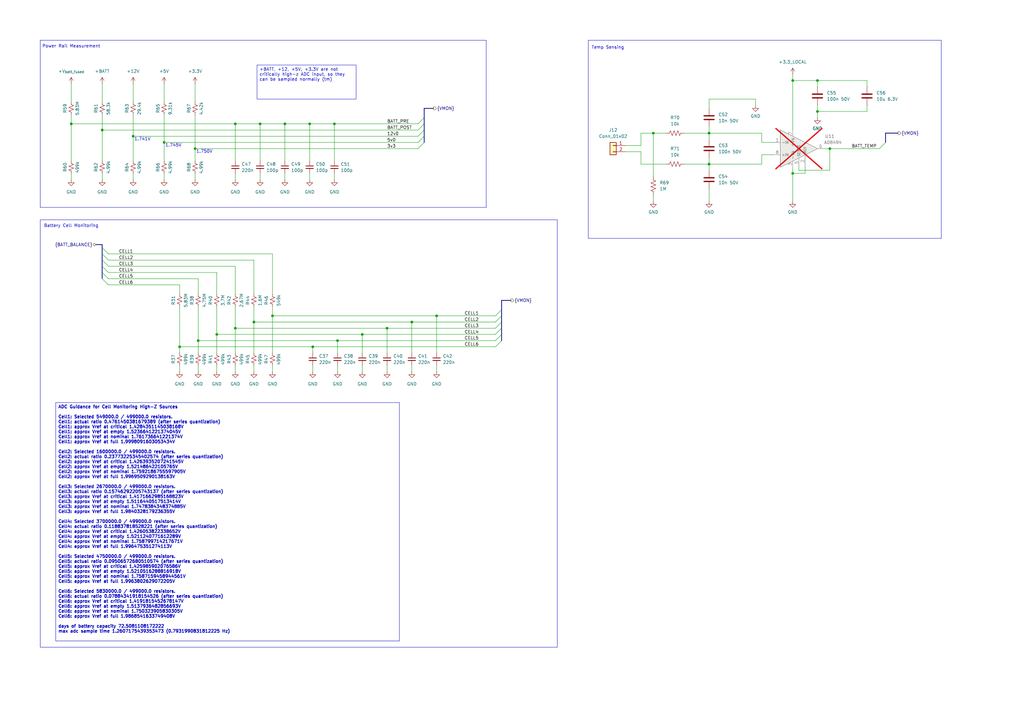
<source format=kicad_sch>
(kicad_sch (version 20231120) (generator "eeschema") (generator_version "8.0")
  (paper "A3")
  (title_block (title "Power Board") (date "2024-11-01") (rev "1.0") (company "SSL A-Team") (comment 1 "Will Stuckey"))
  (lib_symbols
    (symbol "AT-Supplies:+V_{BATT(FUSED)}" (power) (pin_names (offset 0)) (in_bom no) (on_board no)
      (property "Value" "+V_{BATT(FUSED)}" (at 0 5.08 0))
      (symbol "+V_{BATT(FUSED)}_0_1"
        (polyline (pts (xy -0.76 1.27) (xy 0.002 2.54)))
        (polyline (pts (xy 0.002 0) (xy 0.002 2.54)))
        (polyline (pts (xy 0.002 2.54) (xy 0.764 1.27)))
      )
      (symbol "+V_{BATT(FUSED)}_1_1"
        (pin power_in line (at 0 0 90) (length 0) hide (name "+V_{BATT(FUSED)}") (number "1"))
      )
    )
    (symbol "Connector_Generic:Conn_01x02" (pin_names (offset 1.016) hide)
      (property "Reference" "J" (at 0 2.54 0))
      (property "Value" "Conn_01x02" (at 0 -5.08 0))
      (symbol "Conn_01x02_1_1"
        (rectangle (start -1.27 -2.413) (end 0 -2.667) (stroke (width 0.1524)))
        (rectangle (start -1.27 0.127) (end 0 -0.127) (stroke (width 0.1524)))
        (rectangle (start -1.27 1.27) (end 1.27 -3.81) (stroke (width 0.254)) (fill (type background)))
        (pin passive line (at -5.08 0 0) (length 3.81) (name "Pin_1") (number "1"))
        (pin passive line (at -5.08 -2.54 0) (length 3.81) (name "Pin_2") (number "2"))
      )
    )
    (symbol "Device:C" (pin_numbers hide) (pin_names (offset 0.254))
      (property "Reference" "C" (at 0.635 2.54 0))
      (property "Value" "C" (at 0.635 -2.54 0))
      (symbol "C_0_1"
        (polyline (pts (xy -2.032 -0.762) (xy 2.032 -0.762)) (stroke (width 0.508)))
        (polyline (pts (xy -2.032 0.762) (xy 2.032 0.762)) (stroke (width 0.508)))
      )
      (symbol "C_1_1"
        (pin passive line (at 0 3.81 270) (length 2.794) (name "~") (number "1"))
        (pin passive line (at 0 -3.81 90) (length 2.794) (name "~") (number "2"))
      )
    )
    (symbol "Device:C_Small" (pin_numbers hide) (pin_names (offset 0.254) hide)
      (property "Reference" "C" (at 0.254 1.778 0))
      (property "Value" "C_Small" (at 0.254 -2.032 0))
      (symbol "C_Small_0_1"
        (polyline (pts (xy -1.524 -0.508) (xy 1.524 -0.508)) (stroke (width 0.3302)))
        (polyline (pts (xy -1.524 0.508) (xy 1.524 0.508)) (stroke (width 0.3048)))
      )
      (symbol "C_Small_1_1"
        (pin passive line (at 0 2.54 270) (length 2.032) (name "~") (number "1"))
        (pin passive line (at 0 -2.54 90) (length 2.032) (name "~") (number "2"))
      )
    )
    (symbol "Device:R_Small_US" (pin_numbers hide) (pin_names (offset 0.254) hide)
      (property "Reference" "R" (at 0.762 0.508 0))
      (property "Value" "R_Small_US" (at 0.762 -1.016 0))
      (symbol "R_Small_US_1_1"
        (polyline (pts (xy 0 0) (xy 1.016 -0.381) (xy 0 -0.762) (xy -1.016 -1.143) (xy 0 -1.524)))
        (polyline (pts (xy 0 1.524) (xy 1.016 1.143) (xy 0 0.762) (xy -1.016 0.381) (xy 0 0)))
        (pin passive line (at 0 2.54 270) (length 1.016) (name "~") (number "1"))
        (pin passive line (at 0 -2.54 90) (length 1.016) (name "~") (number "2"))
      )
    )
    (symbol "Device:R_US" (pin_numbers hide) (pin_names (offset 0))
      (property "Reference" "R" (at 2.54 0 90))
      (property "Value" "R_US" (at -2.54 0 90))
      (symbol "R_US_0_1"
        (polyline (pts (xy 0 -2.286) (xy 0 -2.54)))
        (polyline (pts (xy 0 2.286) (xy 0 2.54)))
        (polyline (pts (xy 0 -0.762) (xy 1.016 -1.143) (xy 0 -1.524) (xy -1.016 -1.905) (xy 0 -2.286)))
        (polyline (pts (xy 0 0.762) (xy 1.016 0.381) (xy 0 0) (xy -1.016 -0.381) (xy 0 -0.762)))
        (polyline (pts (xy 0 2.286) (xy 1.016 1.905) (xy 0 1.524) (xy -1.016 1.143) (xy 0 0.762)))
      )
      (symbol "R_US_1_1"
        (pin passive line (at 0 3.81 270) (length 1.27) (name "~") (number "1"))
        (pin passive line (at 0 -3.81 90) (length 1.27) (name "~") (number "2"))
      )
    )
    (symbol "Sensor_Temperature:AD8494"
      (property "Reference" "U" (at 5.08 3.81 0))
      (property "Value" "AD8494" (at 8.89 -3.81 0))
      (symbol "AD8494_0_1"
        (polyline (pts (xy -7.62 7.62) (xy 7.62 0) (xy -7.62 -7.62) (xy -7.62 7.62)) (stroke (width 0.254)) (fill (type background)))
      )
      (symbol "AD8494_1_1"
        (pin input line (at -10.16 2.54 0) (length 2.54) (name "-IN") (number "1"))
        (pin input line (at 2.54 -7.62 90) (length 5.08) (name "REF") (number "2"))
        (pin power_in line (at -2.54 -7.62 90) (length 2.54) (name "-Vs") (number "3"))
        (pin no_connect line (at -5.08 0 180) (length 2.54) hide (name "NC") (number "4"))
        (pin passive line (at 0 -7.62 90) (length 3.81) (name "SENSE") (number "5"))
        (pin output line (at 10.16 0 180) (length 2.54) (name "~") (number "6"))
        (pin power_in line (at -2.54 7.62 270) (length 2.54) (name "+Vs") (number "7"))
        (pin input line (at -10.16 -2.54 0) (length 2.54) (name "+IN") (number "8"))
      )
    )
    (symbol "power:+12V" (power) (pin_numbers hide) (pin_names (offset 0) hide)
      (property "Value" "+12V" (at 0 3.556 0))
      (symbol "+12V_0_1"
        (polyline (pts (xy -0.762 1.27) (xy 0 2.54)))
        (polyline (pts (xy 0 0) (xy 0 2.54)))
        (polyline (pts (xy 0 2.54) (xy 0.762 1.27)))
      )
      (symbol "+12V_1_1"
        (pin power_in line (at 0 0 90) (length 0) (name "~") (number "1"))
      )
    )
    (symbol "power:+3.3V" (power) (pin_numbers hide) (pin_names (offset 0) hide)
      (property "Value" "+3.3V" (at 0 3.556 0))
      (symbol "+3.3V_0_1"
        (polyline (pts (xy -0.762 1.27) (xy 0 2.54)))
        (polyline (pts (xy 0 0) (xy 0 2.54)))
        (polyline (pts (xy 0 2.54) (xy 0.762 1.27)))
      )
      (symbol "+3.3V_1_1"
        (pin power_in line (at 0 0 90) (length 0) (name "~") (number "1"))
      )
    )
    (symbol "power:+3V3" (power) (pin_names (offset 0))
      (property "Value" "+3V3" (at 0 3.556 0))
      (symbol "+3V3_0_1"
        (polyline (pts (xy -0.762 1.27) (xy 0 2.54)))
        (polyline (pts (xy 0 0) (xy 0 2.54)))
        (polyline (pts (xy 0 2.54) (xy 0.762 1.27)))
      )
      (symbol "+3V3_1_1"
        (pin power_in line (at 0 0 90) (length 0) hide (name "+3V3") (number "1"))
      )
    )
    (symbol "power:+5V" (power) (pin_numbers hide) (pin_names (offset 0) hide)
      (property "Value" "+5V" (at 0 3.556 0))
      (symbol "+5V_0_1"
        (polyline (pts (xy -0.762 1.27) (xy 0 2.54)))
        (polyline (pts (xy 0 0) (xy 0 2.54)))
        (polyline (pts (xy 0 2.54) (xy 0.762 1.27)))
      )
      (symbol "+5V_1_1"
        (pin power_in line (at 0 0 90) (length 0) (name "~") (number "1"))
      )
    )
    (symbol "power:+BATT" (power) (pin_numbers hide) (pin_names (offset 0) hide)
      (property "Value" "+BATT" (at 0 3.556 0))
      (symbol "+BATT_0_1"
        (polyline (pts (xy -0.762 1.27) (xy 0 2.54)))
        (polyline (pts (xy 0 0) (xy 0 2.54)))
        (polyline (pts (xy 0 2.54) (xy 0.762 1.27)))
      )
      (symbol "+BATT_1_1"
        (pin power_in line (at 0 0 90) (length 0) (name "~") (number "1"))
      )
    )
    (symbol "power:GND" (power) (pin_names (offset 0))
      (property "Value" "GND" (at 0 -3.81 0))
      (symbol "GND_0_1"
        (polyline (pts (xy 0 0) (xy 0 -1.27) (xy 1.27 -1.27) (xy 0 -2.54) (xy -1.27 -1.27) (xy 0 -1.27)))
      )
      (symbol "GND_1_1"
        (pin power_in line (at 0 0 270) (length 0) hide (name "GND") (number "1"))
      )
    )
  )
  (junction (at 335.28 33.02))
  (junction (at 168.91 132.08))
  (junction (at 96.52 134.62))
  (junction (at 106.68 50.8))
  (junction (at 80.01 60.96))
  (junction (at 148.59 137.16))
  (junction (at 54.61 55.88))
  (junction (at 96.52 50.8))
  (junction (at 158.75 134.62))
  (junction (at 325.12 33.02))
  (junction (at 81.28 139.7))
  (junction (at 41.91 53.34))
  (junction (at 111.76 129.54))
  (junction (at 340.36 60.96))
  (junction (at 138.43 139.7))
  (junction (at 29.21 50.8))
  (junction (at 137.16 50.8))
  (junction (at 290.83 67.31))
  (junction (at 116.84 50.8))
  (junction (at 267.97 54.61))
  (junction (at 127 50.8))
  (junction (at 88.9 137.16))
  (junction (at 325.12 71.12))
  (junction (at 179.07 129.54))
  (junction (at 290.83 54.61))
  (junction (at 67.31 58.42))
  (junction (at 73.66 142.24))
  (junction (at 335.28 45.72))
  (junction (at 128.27 142.24))
  (junction (at 104.14 132.08))
  (bus_entry (at 173.99 53.34) (size -2.54 2.54))
  (bus_entry (at 363.22 58.42) (size -2.54 2.54))
  (bus_entry (at 41.91 104.14) (size 2.54 2.54))
  (bus_entry (at 41.91 111.76) (size 2.54 2.54))
  (bus_entry (at 41.91 114.3) (size 2.54 2.54))
  (bus_entry (at 173.99 50.8) (size -2.54 2.54))
  (bus_entry (at 41.91 109.22) (size 2.54 2.54))
  (bus_entry (at 205.74 139.7) (size -2.54 2.54))
  (bus_entry (at 173.99 55.88) (size -2.54 2.54))
  (bus_entry (at 41.91 101.6) (size 2.54 2.54))
  (bus_entry (at 205.74 134.62) (size -2.54 2.54))
  (bus_entry (at 205.74 129.54) (size -2.54 2.54))
  (bus_entry (at 41.91 106.68) (size 2.54 2.54))
  (bus_entry (at 205.74 137.16) (size -2.54 2.54))
  (bus_entry (at 205.74 127) (size -2.54 2.54))
  (bus_entry (at 205.74 132.08) (size -2.54 2.54))
  (bus_entry (at 173.99 48.26) (size -2.54 2.54))
  (bus_entry (at 173.99 58.42) (size -2.54 2.54))
  (wire (pts (xy 128.27 149.86) (xy 128.27 152.4)))
  (wire (pts (xy 96.52 134.62) (xy 158.75 134.62)))
  (wire (pts (xy 127 50.8) (xy 137.16 50.8)))
  (wire (pts (xy 290.83 67.31) (xy 290.83 69.85)))
  (wire (pts (xy 148.59 137.16) (xy 148.59 144.78)))
  (wire (pts (xy 335.28 33.02) (xy 325.12 33.02)))
  (bus (pts (xy 41.91 106.68) (xy 41.91 109.22)))
  (bus (pts (xy 205.74 127) (xy 205.74 129.54)))
  (wire (pts (xy 262.89 62.23) (xy 262.89 67.31)))
  (wire (pts (xy 158.75 134.62) (xy 158.75 144.78)))
  (wire (pts (xy 73.66 142.24) (xy 73.66 144.78)))
  (wire (pts (xy 29.21 50.8) (xy 29.21 66.04)))
  (bus (pts (xy 173.99 44.45) (xy 173.99 48.26)))
  (wire (pts (xy 256.54 59.69) (xy 262.89 59.69)))
  (wire (pts (xy 106.68 50.8) (xy 106.68 66.04)))
  (wire (pts (xy 81.28 139.7) (xy 81.28 144.78)))
  (wire (pts (xy 44.45 106.68) (xy 104.14 106.68)))
  (wire (pts (xy 81.28 114.3) (xy 81.28 120.65)))
  (wire (pts (xy 179.07 129.54) (xy 179.07 144.78)))
  (wire (pts (xy 73.66 149.86) (xy 73.66 152.4)))
  (wire (pts (xy 29.21 71.12) (xy 29.21 73.66)))
  (bus (pts (xy 363.22 54.61) (xy 368.3 54.61)))
  (wire (pts (xy 280.67 54.61) (xy 290.83 54.61)))
  (wire (pts (xy 73.66 142.24) (xy 128.27 142.24)))
  (wire (pts (xy 267.97 54.61) (xy 267.97 72.39)))
  (bus (pts (xy 205.74 123.19) (xy 205.74 127)))
  (wire (pts (xy 54.61 46.99) (xy 54.61 55.88)))
  (wire (pts (xy 137.16 50.8) (xy 171.45 50.8)))
  (wire (pts (xy 73.66 125.73) (xy 73.66 142.24)))
  (wire (pts (xy 179.07 149.86) (xy 179.07 152.4)))
  (wire (pts (xy 127 50.8) (xy 127 66.04)))
  (wire (pts (xy 335.28 35.56) (xy 335.28 33.02)))
  (bus (pts (xy 363.22 54.61) (xy 363.22 58.42)))
  (wire (pts (xy 96.52 134.62) (xy 96.52 144.78)))
  (wire (pts (xy 148.59 149.86) (xy 148.59 152.4)))
  (wire (pts (xy 330.2 68.58) (xy 330.2 71.12)))
  (wire (pts (xy 41.91 71.12) (xy 41.91 73.66)))
  (wire (pts (xy 41.91 53.34) (xy 41.91 66.04)))
  (wire (pts (xy 116.84 71.12) (xy 116.84 73.66)))
  (wire (pts (xy 256.54 62.23) (xy 262.89 62.23)))
  (wire (pts (xy 290.83 54.61) (xy 290.83 57.15)))
  (bus (pts (xy 173.99 53.34) (xy 173.99 55.88)))
  (wire (pts (xy 137.16 50.8) (xy 137.16 66.04)))
  (bus (pts (xy 41.91 111.76) (xy 41.91 114.3)))
  (wire (pts (xy 355.6 43.18) (xy 355.6 45.72)))
  (wire (pts (xy 96.52 125.73) (xy 96.52 134.62)))
  (wire (pts (xy 29.21 50.8) (xy 96.52 50.8)))
  (wire (pts (xy 80.01 60.96) (xy 80.01 66.04)))
  (wire (pts (xy 96.52 50.8) (xy 106.68 50.8)))
  (wire (pts (xy 325.12 71.12) (xy 325.12 82.55)))
  (wire (pts (xy 88.9 149.86) (xy 88.9 152.4)))
  (wire (pts (xy 106.68 71.12) (xy 106.68 73.66)))
  (wire (pts (xy 88.9 125.73) (xy 88.9 137.16)))
  (bus (pts (xy 173.99 50.8) (xy 173.99 53.34)))
  (wire (pts (xy 54.61 55.88) (xy 54.61 66.04)))
  (wire (pts (xy 325.12 33.02) (xy 325.12 53.34)))
  (wire (pts (xy 158.75 149.86) (xy 158.75 152.4)))
  (wire (pts (xy 138.43 139.7) (xy 203.2 139.7)))
  (wire (pts (xy 290.83 64.77) (xy 290.83 67.31)))
  (wire (pts (xy 44.45 116.84) (xy 73.66 116.84)))
  (wire (pts (xy 67.31 71.12) (xy 67.31 73.66)))
  (bus (pts (xy 41.91 100.33) (xy 41.91 101.6)))
  (wire (pts (xy 340.36 60.96) (xy 360.68 60.96)))
  (wire (pts (xy 179.07 129.54) (xy 203.2 129.54)))
  (wire (pts (xy 54.61 55.88) (xy 171.45 55.88)))
  (wire (pts (xy 96.52 71.12) (xy 96.52 73.66)))
  (wire (pts (xy 290.83 54.61) (xy 312.42 54.61)))
  (wire (pts (xy 80.01 71.12) (xy 80.01 73.66)))
  (wire (pts (xy 355.6 45.72) (xy 335.28 45.72)))
  (wire (pts (xy 96.52 149.86) (xy 96.52 152.4)))
  (bus (pts (xy 173.99 48.26) (xy 173.99 50.8)))
  (wire (pts (xy 88.9 137.16) (xy 88.9 144.78)))
  (wire (pts (xy 96.52 109.22) (xy 96.52 120.65)))
  (wire (pts (xy 80.01 34.29) (xy 80.01 41.91)))
  (wire (pts (xy 138.43 139.7) (xy 138.43 144.78)))
  (wire (pts (xy 138.43 149.86) (xy 138.43 152.4)))
  (bus (pts (xy 209.55 123.19) (xy 205.74 123.19)))
  (wire (pts (xy 111.76 104.14) (xy 111.76 120.65)))
  (wire (pts (xy 148.59 137.16) (xy 203.2 137.16)))
  (wire (pts (xy 80.01 46.99) (xy 80.01 60.96)))
  (bus (pts (xy 173.99 55.88) (xy 173.99 58.42)))
  (wire (pts (xy 262.89 54.61) (xy 267.97 54.61)))
  (wire (pts (xy 290.83 44.45) (xy 290.83 40.64)))
  (wire (pts (xy 88.9 137.16) (xy 148.59 137.16)))
  (wire (pts (xy 104.14 106.68) (xy 104.14 120.65)))
  (wire (pts (xy 168.91 132.08) (xy 203.2 132.08)))
  (wire (pts (xy 73.66 116.84) (xy 73.66 120.65)))
  (wire (pts (xy 340.36 60.96) (xy 337.82 60.96)))
  (wire (pts (xy 44.45 114.3) (xy 81.28 114.3)))
  (wire (pts (xy 67.31 46.99) (xy 67.31 58.42)))
  (wire (pts (xy 290.83 40.64) (xy 309.88 40.64)))
  (wire (pts (xy 340.36 69.85) (xy 340.36 60.96)))
  (wire (pts (xy 280.67 67.31) (xy 290.83 67.31)))
  (wire (pts (xy 116.84 50.8) (xy 127 50.8)))
  (wire (pts (xy 168.91 132.08) (xy 168.91 144.78)))
  (wire (pts (xy 111.76 129.54) (xy 111.76 144.78)))
  (wire (pts (xy 111.76 129.54) (xy 179.07 129.54)))
  (wire (pts (xy 317.5 63.5) (xy 312.42 63.5)))
  (wire (pts (xy 104.14 125.73) (xy 104.14 132.08)))
  (wire (pts (xy 317.5 58.42) (xy 312.42 58.42)))
  (wire (pts (xy 67.31 58.42) (xy 67.31 66.04)))
  (wire (pts (xy 262.89 67.31) (xy 273.05 67.31)))
  (wire (pts (xy 327.66 69.85) (xy 340.36 69.85)))
  (bus (pts (xy 41.91 104.14) (xy 41.91 106.68)))
  (wire (pts (xy 111.76 149.86) (xy 111.76 152.4)))
  (wire (pts (xy 312.42 63.5) (xy 312.42 67.31)))
  (wire (pts (xy 127 71.12) (xy 127 73.66)))
  (wire (pts (xy 96.52 50.8) (xy 96.52 66.04)))
  (bus (pts (xy 41.91 101.6) (xy 41.91 104.14)))
  (wire (pts (xy 104.14 132.08) (xy 104.14 144.78)))
  (wire (pts (xy 29.21 34.29) (xy 29.21 41.91)))
  (bus (pts (xy 205.74 132.08) (xy 205.74 134.62)))
  (bus (pts (xy 205.74 137.16) (xy 205.74 139.7)))
  (wire (pts (xy 335.28 43.18) (xy 335.28 45.72)))
  (wire (pts (xy 41.91 53.34) (xy 171.45 53.34)))
  (wire (pts (xy 44.45 109.22) (xy 96.52 109.22)))
  (wire (pts (xy 267.97 80.01) (xy 267.97 82.55)))
  (wire (pts (xy 67.31 58.42) (xy 171.45 58.42)))
  (wire (pts (xy 327.66 68.58) (xy 327.66 69.85)))
  (wire (pts (xy 355.6 35.56) (xy 355.6 33.02)))
  (wire (pts (xy 290.83 67.31) (xy 312.42 67.31)))
  (wire (pts (xy 41.91 46.99) (xy 41.91 53.34)))
  (wire (pts (xy 88.9 111.76) (xy 88.9 120.65)))
  (wire (pts (xy 80.01 60.96) (xy 171.45 60.96)))
  (wire (pts (xy 81.28 125.73) (xy 81.28 139.7)))
  (wire (pts (xy 106.68 50.8) (xy 116.84 50.8)))
  (wire (pts (xy 81.28 139.7) (xy 138.43 139.7)))
  (wire (pts (xy 158.75 134.62) (xy 203.2 134.62)))
  (wire (pts (xy 104.14 149.86) (xy 104.14 152.4)))
  (bus (pts (xy 39.37 100.33) (xy 41.91 100.33)))
  (bus (pts (xy 205.74 134.62) (xy 205.74 137.16)))
  (wire (pts (xy 355.6 33.02) (xy 335.28 33.02)))
  (wire (pts (xy 330.2 71.12) (xy 325.12 71.12)))
  (wire (pts (xy 44.45 111.76) (xy 88.9 111.76)))
  (wire (pts (xy 312.42 54.61) (xy 312.42 58.42)))
  (wire (pts (xy 44.45 104.14) (xy 111.76 104.14)))
  (wire (pts (xy 309.88 40.64) (xy 309.88 43.18)))
  (wire (pts (xy 111.76 125.73) (xy 111.76 129.54)))
  (wire (pts (xy 267.97 54.61) (xy 273.05 54.61)))
  (wire (pts (xy 262.89 59.69) (xy 262.89 54.61)))
  (wire (pts (xy 41.91 34.29) (xy 41.91 41.91)))
  (wire (pts (xy 335.28 45.72) (xy 335.28 48.26)))
  (wire (pts (xy 137.16 71.12) (xy 137.16 73.66)))
  (wire (pts (xy 67.31 34.29) (xy 67.31 41.91)))
  (bus (pts (xy 205.74 129.54) (xy 205.74 132.08)))
  (wire (pts (xy 29.21 46.99) (xy 29.21 50.8)))
  (wire (pts (xy 290.83 52.07) (xy 290.83 54.61)))
  (wire (pts (xy 325.12 68.58) (xy 325.12 71.12)))
  (wire (pts (xy 54.61 71.12) (xy 54.61 73.66)))
  (wire (pts (xy 325.12 30.48) (xy 325.12 33.02)))
  (wire (pts (xy 104.14 132.08) (xy 168.91 132.08)))
  (bus (pts (xy 177.8 44.45) (xy 173.99 44.45)))
  (wire (pts (xy 128.27 142.24) (xy 203.2 142.24)))
  (wire (pts (xy 116.84 50.8) (xy 116.84 66.04)))
  (wire (pts (xy 168.91 149.86) (xy 168.91 152.4)))
  (wire (pts (xy 81.28 149.86) (xy 81.28 152.4)))
  (wire (pts (xy 290.83 77.47) (xy 290.83 82.55)))
  (wire (pts (xy 54.61 34.29) (xy 54.61 41.91)))
  (bus (pts (xy 41.91 109.22) (xy 41.91 111.76)))
  (wire (pts (xy 128.27 142.24) (xy 128.27 144.78)))
  (rectangle (start 16.51 16.51) (end 199.39 85.09))
  (rectangle (start 16.51 90.17) (end 228.6 265.43))
  (rectangle (start 241.3 16.51) (end 386.08 97.79))
  (text_box "+BATT, +12, +5V, +3.3V are not critically high-z ADC input, so they can be sampled normally (tm)" (at 105.41 26.67 0) (size 40.64 13.97) (effects (font (size 1.27 1.27)) (justify left top)))
  (text_box "ADC Guidance for Cell Monitoring High-Z Sources\n\nCell1: Selected 549000.0 / 499000.0 resistors.\nCell1: actual ratio 0.4761450381679389 (after series quantization)\nCell1: approx Vref at critical 1.4284351145038168V\nCell1: approx Vref at empty 1.5236641221374045V\nCell1: approx Vref at nominal 1.761736641221374V\nCell1: approx Vref at full 1.9998091603053434V\n\nCell2: Selected 1600000.0 / 499000.0 resistors.\nCell2: actual ratio 0.23773225345402574 (after series quantization)\nCell2: approx Vref at critical 1.4263935207241545V\nCell2: approx Vref at empty 1.521486422105765V\nCell2: approx Vref at nominal 1.7592186755597905V\nCell2: approx Vref at full 1.9969509290138163V\n\nCell3: Selected 2670000.0 / 499000.0 resistors.\nCell3: actual ratio 0.15746292205743137 (after series quantization)\nCell3: approx Vref at critical 1.4171662985168823V\nCell3: approx Vref at empty 1.5116440517513414V\nCell3: approx Vref at nominal 1.7478384348374885V\nCell3: approx Vref at full 1.9840328179236355V\n\nCell4: Selected 3700000.0 / 499000.0 resistors.\nCell4: actual ratio 0.118837818528221 (after series quantization)\nCell4: approx Vref at critical 1.426053822338652V\nCell4: approx Vref at empty 1.5211240771612289V\nCell4: approx Vref at nominal 1.758799714217671V\nCell4: approx Vref at full 1.996475351274113V\n\nCell5: Selected 4750000.0 / 499000.0 resistors.\nCell5: actual ratio 0.09506572680510574 (after series quantization)\nCell5: approx Vref at critical 1.425985902076586V\nCell5: approx Vref at empty 1.5210516288816918V\nCell5: approx Vref at nominal 1.7587159458944561V\nCell5: approx Vref at full 1.9963802629072205V\n\nCell6: Selected 5830000.0 / 499000.0 resistors.\nCell6: actual ratio 0.07884341918154526 (after series quantization)\nCell6: approx Vref at critical 1.4191815452678147V\nCell6: approx Vref at empty 1.5137936482856693V\nCell6: approx Vref at nominal 1.750323905830305V\nCell6: approx Vref at full 1.9868541633749408V\n\ndays of battery capacity 72.5081108172222\nmax adc sample time 1.2607175439353473 (0.7931990831812225 Hz)" (at 22.86 165.1 0) (size 140.97 97.79) (effects (font (size 1.27 1.27) (thickness 0.254) (bold yes)) (justify left top)))
  (text "1.745V" (at 71.12 59.69 0) (effects (font (size 1.27 1.27))))
  (text "Temp Sensing" (at 242.57 20.32 0) (effects (font (size 1.27 1.27)) (justify left bottom)))
  (text "1.741V" (at 58.42 57.15 0) (effects (font (size 1.27 1.27))))
  (text "Power Rail Measurement" (at 29.21 19.05 0) (effects (font (size 1.27 1.27))))
  (text "Battery Cell Monitoring" (at 29.21 92.71 0) (effects (font (size 1.27 1.27))))
  (text "1.750V" (at 83.82 62.23 0) (effects (font (size 1.27 1.27))))
  (label "CELL3" (at 190.5 134.62 0))
  (label "CELL4" (at 54.61 111.76 180))
  (label "CELL1" (at 190.5 129.54 0))
  (label "CELL3" (at 54.61 109.22 180))
  (label "CELL6" (at 54.61 116.84 180))
  (label "CELL5" (at 190.5 139.7 0))
  (label "CELL5" (at 54.61 114.3 180))
  (label "12v0" (at 158.75 55.88 0))
  (label "CELL6" (at 190.5 142.24 0))
  (label "BATT_POST" (at 158.75 53.34 0))
  (label "CELL2" (at 190.5 132.08 0))
  (label "CELL2" (at 54.61 106.68 180))
  (label "3v3" (at 158.75 60.96 0))
  (label "CELL4" (at 190.5 137.16 0))
  (label "BATT_TEMP" (at 349.25 60.96 0))
  (label "5v0" (at 158.75 58.42 0))
  (label "BATT_PRE" (at 158.75 50.8 0))
  (label "CELL1" (at 54.61 104.14 180))
  (hierarchical_label "{BATT_BALANCE}" (shape bidirectional) (at 39.37 100.33 180))
  (hierarchical_label "{VMON}" (shape output) (at 209.55 123.19 0))
  (hierarchical_label "{VMON}" (shape output) (at 177.8 44.45 0))
  (hierarchical_label "{VMON}" (shape output) (at 368.3 54.61 0))
  (symbol (lib_id "power:GND") (at 148.59 152.4 0) (unit 1)
    (property "Reference" "#PWR095" (effects (hide yes)))
    (property "Value" "GND" (at 148.59 157.48 0))
  )
  (symbol (lib_id "power:GND") (at 290.83 82.55 0) (unit 1)
    (property "Reference" "#PWR0136" (effects (hide yes)))
    (property "Value" "GND" (at 290.83 86.995 0))
  )
  (symbol (lib_id "Device:R_Small_US") (at 29.21 44.45 0) (unit 1)
    (property "Reference" "R59" (at 26.67 44.45 90))
    (property "Value" "5.83M" (at 31.75 44.45 90))
    (property "Footprint" "Resistor_SMD:R_0603_1608Metric" (effects (hide yes)))
  )
  (symbol (lib_id "Device:C_Small") (at 128.27 147.32 0) (unit 1)
    (property "Reference" "C37" (at 130.81 146.0562 0) (effects (justify left)))
    (property "Value" "220n" (at 130.81 148.5962 0) (effects (justify left)))
    (property "Footprint" "Capacitor_SMD:C_0402_1005Metric" (effects (hide yes)))
  )
  (symbol (lib_id "AT-Supplies:+V_{BATT(FUSED)}") (at 29.21 34.29 0) (unit 1) (in_bom no) (on_board no)
    (property "Reference" "#PWR04" (effects (hide yes)))
    (property "Value" "+V_{batt_fused}" (at 29.212 29.21 0))
  )
  (symbol (lib_id "Device:C") (at 290.83 48.26 0) (mirror y) (unit 1)
    (property "Reference" "C52" (at 294.64 46.99 0) (effects (justify right)))
    (property "Value" "10n 50V" (at 294.64 49.53 0) (effects (justify right)))
    (property "Footprint" "Capacitor_SMD:C_0402_1005Metric" (effects (hide yes)))
  )
  (symbol (lib_id "power:GND") (at 128.27 152.4 0) (unit 1)
    (property "Reference" "#PWR093" (effects (hide yes)))
    (property "Value" "GND" (at 128.27 157.48 0))
  )
  (symbol (lib_id "power:+12V") (at 54.61 34.29 0) (unit 1)
    (property "Reference" "#PWR0123" (effects (hide yes)))
    (property "Value" "+12V" (at 54.61 29.21 0))
    (property "Description" "Power symbol creates a global label with name \"+12V\"" (effects (hide yes)))
  )
  (symbol (lib_id "power:GND") (at 106.68 73.66 0) (unit 1)
    (property "Reference" "#PWR0131" (effects (hide yes)))
    (property "Value" "GND" (at 106.68 78.74 0))
  )
  (symbol (lib_id "Device:C_Small") (at 158.75 147.32 0) (unit 1)
    (property "Reference" "C40" (at 161.29 146.0562 0) (effects (justify left)))
    (property "Value" "220n" (at 161.29 148.5962 0) (effects (justify left)))
    (property "Footprint" "Capacitor_SMD:C_0402_1005Metric" (effects (hide yes)))
  )
  (symbol (lib_id "Device:R_Small_US") (at 73.66 123.19 0) (unit 1)
    (property "Reference" "R31" (at 71.12 123.19 90))
    (property "Value" "5.83M" (at 76.2 123.19 90))
    (property "Footprint" "Resistor_SMD:R_0603_1608Metric" (effects (hide yes)))
  )
  (symbol (lib_id "power:GND") (at 88.9 152.4 0) (unit 1)
    (property "Reference" "#PWR089" (effects (hide yes)))
    (property "Value" "GND" (at 88.9 157.48 0))
  )
  (symbol (lib_id "power:GND") (at 96.52 152.4 0) (unit 1)
    (property "Reference" "#PWR090" (effects (hide yes)))
    (property "Value" "GND" (at 96.52 157.48 0))
  )
  (symbol (lib_id "Connector_Generic:Conn_01x02") (at 251.46 59.69 0) (mirror y) (unit 1)
    (property "Reference" "J12" (at 251.46 53.34 0))
    (property "Value" "Conn_01x02" (at 251.46 55.88 0))
    (property "Footprint" "Connector_JST:JST_SH_SM02B-SRSS-TB_1x02-1MP_P1.00mm_Horizontal" (effects (hide yes)))
  )
  (symbol (lib_id "power:GND") (at 67.31 73.66 0) (unit 1)
    (property "Reference" "#PWR0128" (effects (hide yes)))
    (property "Value" "GND" (at 67.31 78.74 0))
  )
  (symbol (lib_id "power:GND") (at 73.66 152.4 0) (unit 1)
    (property "Reference" "#PWR087" (effects (hide yes)))
    (property "Value" "GND" (at 73.66 157.48 0))
  )
  (symbol (lib_id "power:GND") (at 127 73.66 0) (unit 1)
    (property "Reference" "#PWR0133" (effects (hide yes)))
    (property "Value" "GND" (at 127 78.74 0))
  )
  (symbol (lib_id "Device:R_Small_US") (at 81.28 147.32 0) (unit 1)
    (property "Reference" "R39" (at 78.74 147.32 90))
    (property "Value" "499k" (at 83.82 147.32 90))
    (property "Footprint" "Resistor_SMD:R_0603_1608Metric" (effects (hide yes)))
  )
  (symbol (lib_id "Device:R_Small_US") (at 67.31 68.58 0) (unit 1)
    (property "Reference" "R66" (at 64.77 68.58 90))
    (property "Value" "4.99k" (at 69.85 68.58 90))
    (property "Footprint" "Resistor_SMD:R_0603_1608Metric" (effects (hide yes)))
  )
  (symbol (lib_id "Device:R_Small_US") (at 96.52 123.19 0) (unit 1)
    (property "Reference" "R42" (at 93.98 123.19 90))
    (property "Value" "2.67M" (at 99.06 123.19 90))
    (property "Footprint" "Resistor_SMD:R_0603_1608Metric" (effects (hide yes)))
  )
  (symbol (lib_id "power:GND") (at 104.14 152.4 0) (unit 1)
    (property "Reference" "#PWR091" (effects (hide yes)))
    (property "Value" "GND" (at 104.14 157.48 0))
  )
  (symbol (lib_id "Device:R_Small_US") (at 29.21 68.58 0) (unit 1)
    (property "Reference" "R60" (at 26.67 68.58 90))
    (property "Value" "499k" (at 31.75 68.58 90))
    (property "Footprint" "Resistor_SMD:R_0603_1608Metric" (effects (hide yes)))
  )
  (symbol (lib_id "power:GND") (at 168.91 152.4 0) (unit 1)
    (property "Reference" "#PWR097" (effects (hide yes)))
    (property "Value" "GND" (at 168.91 157.48 0))
  )
  (symbol (lib_id "Device:R_Small_US") (at 67.31 44.45 0) (unit 1)
    (property "Reference" "R65" (at 64.77 44.45 90))
    (property "Value" "9.31k" (at 69.85 44.45 90))
    (property "Footprint" "Resistor_SMD:R_0603_1608Metric" (effects (hide yes)))
  )
  (symbol (lib_id "power:+3V3") (at 325.12 30.48 0) (unit 1)
    (property "Reference" "#PWR0138" (effects (hide yes)))
    (property "Value" "+3.3_LOCAL" (at 325.12 25.4 0))
  )
  (symbol (lib_id "power:GND") (at 137.16 73.66 0) (unit 1)
    (property "Reference" "#PWR0134" (effects (hide yes)))
    (property "Value" "GND" (at 137.16 78.74 0))
  )
  (symbol (lib_id "Device:C_Small") (at 116.84 68.58 0) (unit 1)
    (property "Reference" "C49" (at 119.38 67.3162 0) (effects (justify left)))
    (property "Value" "100p" (at 119.38 69.8562 0) (effects (justify left)))
    (property "Footprint" "Capacitor_SMD:C_0402_1005Metric" (effects (hide yes)))
  )
  (symbol (lib_id "Device:R_Small_US") (at 111.76 147.32 0) (unit 1)
    (property "Reference" "R47" (at 109.22 147.32 90))
    (property "Value" "499k" (at 114.3 147.32 90))
    (property "Footprint" "Resistor_SMD:R_0603_1608Metric" (effects (hide yes)))
  )
  (symbol (lib_id "power:GND") (at 81.28 152.4 0) (unit 1)
    (property "Reference" "#PWR088" (effects (hide yes)))
    (property "Value" "GND" (at 81.28 157.48 0))
  )
  (symbol (lib_id "Device:C_Small") (at 148.59 147.32 0) (unit 1)
    (property "Reference" "C39" (at 151.13 146.0562 0) (effects (justify left)))
    (property "Value" "220n" (at 151.13 148.5962 0) (effects (justify left)))
    (property "Footprint" "Capacitor_SMD:C_0402_1005Metric" (effects (hide yes)))
  )
  (symbol (lib_id "Device:C") (at 355.6 39.37 180) (unit 1)
    (property "Reference" "C56" (at 359.41 38.1 0) (effects (justify right)))
    (property "Value" "10u 6.3V" (at 359.41 40.64 0) (effects (justify right)))
    (property "Footprint" "Capacitor_SMD:C_0402_1005Metric" (effects (hide yes)))
  )
  (symbol (lib_id "Device:C_Small") (at 179.07 147.32 0) (unit 1)
    (property "Reference" "C42" (at 181.61 146.0562 0) (effects (justify left)))
    (property "Value" "220n" (at 181.61 148.5962 0) (effects (justify left)))
    (property "Footprint" "Capacitor_SMD:C_0402_1005Metric" (effects (hide yes)))
  )
  (symbol (lib_id "power:GND") (at 267.97 82.55 0) (unit 1)
    (property "Reference" "#PWR0135" (effects (hide yes)))
    (property "Value" "GND" (at 267.97 86.995 0))
  )
  (symbol (lib_id "power:GND") (at 96.52 73.66 0) (unit 1)
    (property "Reference" "#PWR0130" (effects (hide yes)))
    (property "Value" "GND" (at 96.52 78.74 0))
  )
  (symbol (lib_id "Device:R_Small_US") (at 104.14 147.32 0) (unit 1)
    (property "Reference" "R45" (at 101.6 147.32 90))
    (property "Value" "499k" (at 106.68 147.32 90))
    (property "Footprint" "Resistor_SMD:R_0603_1608Metric" (effects (hide yes)))
  )
  (symbol (lib_id "power:GND") (at 309.88 43.18 0) (unit 1)
    (property "Reference" "#PWR0137" (effects (hide yes)))
    (property "Value" "GND" (at 309.88 47.625 0))
  )
  (symbol (lib_id "Device:R_Small_US") (at 80.01 68.58 0) (unit 1)
    (property "Reference" "R68" (at 77.47 68.58 90))
    (property "Value" "4.99k" (at 82.55 68.58 90))
    (property "Footprint" "Resistor_SMD:R_0603_1608Metric" (effects (hide yes)))
  )
  (symbol (lib_id "Device:R_Small_US") (at 111.76 123.19 0) (unit 1)
    (property "Reference" "R46" (at 109.22 123.19 90))
    (property "Value" "549k" (at 114.3 123.19 90))
    (property "Footprint" "Resistor_SMD:R_0603_1608Metric" (effects (hide yes)))
  )
  (symbol (lib_id "Device:R_Small_US") (at 96.52 147.32 0) (unit 1)
    (property "Reference" "R43" (at 93.98 147.32 90))
    (property "Value" "499k" (at 99.06 147.32 90))
    (property "Footprint" "Resistor_SMD:R_0603_1608Metric" (effects (hide yes)))
  )
  (symbol (lib_id "power:+3.3V") (at 80.01 34.29 0) (unit 1)
    (property "Reference" "#PWR0122" (effects (hide yes)))
    (property "Value" "+3.3V" (at 80.01 29.21 0))
    (property "Description" "Power symbol creates a global label with name \"+3.3V\"" (effects (hide yes)))
  )
  (symbol (lib_id "Device:C") (at 290.83 73.66 0) (mirror y) (unit 1)
    (property "Reference" "C54" (at 294.64 72.39 0) (effects (justify right)))
    (property "Value" "10n 50V" (at 294.64 74.93 0) (effects (justify right)))
    (property "Footprint" "Capacitor_SMD:C_0402_1005Metric" (effects (hide yes)))
  )
  (symbol (lib_id "Device:C") (at 290.83 60.96 0) (mirror y) (unit 1)
    (property "Reference" "C53" (at 294.64 59.6899 0) (effects (justify right)))
    (property "Value" "100n 50V" (at 294.64 62.2299 0) (effects (justify right)))
    (property "Footprint" "Capacitor_SMD:C_0402_1005Metric" (effects (hide yes)))
  )
  (symbol (lib_id "power:GND") (at 80.01 73.66 0) (unit 1)
    (property "Reference" "#PWR0129" (effects (hide yes)))
    (property "Value" "GND" (at 80.01 78.74 0))
  )
  (symbol (lib_id "Device:R_Small_US") (at 41.91 68.58 0) (unit 1)
    (property "Reference" "R62" (at 39.37 68.58 90))
    (property "Value" "4.99k" (at 44.45 68.58 90))
    (property "Footprint" "Resistor_SMD:R_0603_1608Metric" (effects (hide yes)))
  )
  (symbol (lib_id "Device:R_Small_US") (at 73.66 147.32 0) (unit 1)
    (property "Reference" "R37" (at 71.12 147.32 90))
    (property "Value" "499k" (at 76.2 147.32 90))
    (property "Footprint" "Resistor_SMD:R_0603_1608Metric" (effects (hide yes)))
  )
  (symbol (lib_id "Device:R_Small_US") (at 88.9 147.32 0) (unit 1)
    (property "Reference" "R41" (at 86.36 147.32 90))
    (property "Value" "499k" (at 91.44 147.32 90))
    (property "Footprint" "Resistor_SMD:R_0603_1608Metric" (effects (hide yes)))
  )
  (symbol (lib_id "power:GND") (at 116.84 73.66 0) (unit 1)
    (property "Reference" "#PWR0132" (effects (hide yes)))
    (property "Value" "GND" (at 116.84 78.74 0))
  )
  (symbol (lib_id "power:GND") (at 111.76 152.4 0) (unit 1)
    (property "Reference" "#PWR092" (effects (hide yes)))
    (property "Value" "GND" (at 111.76 157.48 0))
  )
  (symbol (lib_id "Device:R_US") (at 267.97 76.2 180) (unit 1)
    (property "Reference" "R69" (at 270.51 74.93 0) (effects (justify right)))
    (property "Value" "1M" (at 270.51 77.47 0) (effects (justify right)))
    (property "Footprint" "Resistor_SMD:R_0402_1005Metric" (effects (hide yes)))
  )
  (symbol (lib_id "Device:R_Small_US") (at 54.61 44.45 0) (unit 1)
    (property "Reference" "R63" (at 52.07 44.45 90))
    (property "Value" "29.4k" (at 57.15 44.45 90))
    (property "Footprint" "Resistor_SMD:R_0603_1608Metric" (effects (hide yes)))
  )
  (symbol (lib_id "power:+5V") (at 67.31 34.29 0) (unit 1)
    (property "Reference" "#PWR0124" (effects (hide yes)))
    (property "Value" "+5V" (at 67.31 29.21 0))
    (property "Description" "Power symbol creates a global label with name \"+5V\"" (effects (hide yes)))
  )
  (symbol (lib_id "Device:R_Small_US") (at 88.9 123.19 0) (unit 1)
    (property "Reference" "R40" (at 86.36 123.19 90))
    (property "Value" "3.7M" (at 91.44 123.19 90))
    (property "Footprint" "Resistor_SMD:R_0603_1608Metric" (effects (hide yes)))
  )
  (symbol (lib_id "Device:R_Small_US") (at 80.01 44.45 0) (unit 1)
    (property "Reference" "R67" (at 77.47 44.45 90))
    (property "Value" "4.42k" (at 82.55 44.45 90))
    (property "Footprint" "Resistor_SMD:R_0603_1608Metric" (effects (hide yes)))
  )
  (symbol (lib_id "Device:R_Small_US") (at 54.61 68.58 0) (unit 1)
    (property "Reference" "R64" (at 52.07 68.58 90))
    (property "Value" "4.99k" (at 57.15 68.58 90))
    (property "Footprint" "Resistor_SMD:R_0603_1608Metric" (effects (hide yes)))
  )
  (symbol (lib_id "power:GND") (at 138.43 152.4 0) (unit 1)
    (property "Reference" "#PWR094" (effects (hide yes)))
    (property "Value" "GND" (at 138.43 157.48 0))
  )
  (symbol (lib_id "Device:C_Small") (at 138.43 147.32 0) (unit 1)
    (property "Reference" "C38" (at 140.97 146.0562 0) (effects (justify left)))
    (property "Value" "220n" (at 140.97 148.5962 0) (effects (justify left)))
    (property "Footprint" "Capacitor_SMD:C_0402_1005Metric" (effects (hide yes)))
  )
  (symbol (lib_id "Device:R_US") (at 276.86 67.31 90) (unit 1)
    (property "Reference" "R71" (at 276.86 60.96 90))
    (property "Value" "10k" (at 276.86 63.5 90))
    (property "Footprint" "Resistor_SMD:R_0402_1005Metric" (effects (hide yes)))
  )
  (symbol (lib_id "power:GND") (at 54.61 73.66 0) (unit 1)
    (property "Reference" "#PWR0127" (effects (hide yes)))
    (property "Value" "GND" (at 54.61 78.74 0))
  )
  (symbol (lib_id "Device:R_Small_US") (at 81.28 123.19 0) (unit 1)
    (property "Reference" "R38" (at 78.74 123.19 90))
    (property "Value" "4.75M" (at 83.82 123.19 90))
    (property "Footprint" "Resistor_SMD:R_0603_1608Metric" (effects (hide yes)))
  )
  (symbol (lib_id "Device:C_Small") (at 137.16 68.58 0) (unit 1)
    (property "Reference" "C51" (at 139.7 67.3162 0) (effects (justify left)))
    (property "Value" "100p" (at 139.7 69.8562 0) (effects (justify left)))
    (property "Footprint" "Capacitor_SMD:C_0402_1005Metric" (effects (hide yes)))
  )
  (symbol (lib_id "power:GND") (at 335.28 48.26 0) (unit 1)
    (property "Reference" "#PWR0140" (effects (hide yes)))
    (property "Value" "GND" (at 335.28 52.705 0))
  )
  (symbol (lib_id "power:GND") (at 41.91 73.66 0) (unit 1)
    (property "Reference" "#PWR0126" (effects (hide yes)))
    (property "Value" "GND" (at 41.91 78.74 0))
  )
  (symbol (lib_id "Device:C_Small") (at 106.68 68.58 0) (unit 1)
    (property "Reference" "C48" (at 109.22 67.3162 0) (effects (justify left)))
    (property "Value" "100p" (at 109.22 69.8562 0) (effects (justify left)))
    (property "Footprint" "Capacitor_SMD:C_0402_1005Metric" (effects (hide yes)))
  )
  (symbol (lib_id "Device:C") (at 335.28 39.37 0) (mirror y) (unit 1)
    (property "Reference" "C55" (at 339.09 38.0999 0) (effects (justify right)))
    (property "Value" "100n 50V" (at 339.09 40.6399 0) (effects (justify right)))
    (property "Footprint" "Capacitor_SMD:C_0402_1005Metric" (effects (hide yes)))
  )
  (symbol (lib_id "Device:R_US") (at 276.86 54.61 90) (unit 1)
    (property "Reference" "R70" (at 276.86 48.26 90))
    (property "Value" "10k" (at 276.86 50.8 90))
    (property "Footprint" "Resistor_SMD:R_0402_1005Metric" (effects (hide yes)))
  )
  (symbol (lib_id "power:GND") (at 29.21 73.66 0) (unit 1)
    (property "Reference" "#PWR0125" (effects (hide yes)))
    (property "Value" "GND" (at 29.21 78.74 0))
  )
  (symbol (lib_id "power:GND") (at 158.75 152.4 0) (unit 1)
    (property "Reference" "#PWR096" (effects (hide yes)))
    (property "Value" "GND" (at 158.75 157.48 0))
  )
  (symbol (lib_id "Sensor_Temperature:AD8494") (at 327.66 60.96 0) (unit 1) (in_bom no) (dnp yes)
    (property "Reference" "U11" (at 340.36 55.88 0))
    (property "Value" "AD8494" (at 341.63 58.42 0))
    (property "Footprint" "Package_SO:MSOP-8_3x3mm_P0.65mm" (effects (hide yes)))
    (property "Datasheet" "https://www.analog.com/media/en/technical-documentation/data-sheets/ad8494_8495_8496_8497.pdf" (effects (hide yes)))
  )
  (symbol (lib_id "Device:C_Small") (at 96.52 68.58 0) (unit 1)
    (property "Reference" "C47" (at 99.06 67.3162 0) (effects (justify left)))
    (property "Value" "220n" (at 99.06 69.8562 0) (effects (justify left)))
    (property "Footprint" "Capacitor_SMD:C_0402_1005Metric" (effects (hide yes)))
  )
  (symbol (lib_id "Device:C_Small") (at 127 68.58 0) (unit 1)
    (property "Reference" "C50" (at 129.54 67.3162 0) (effects (justify left)))
    (property "Value" "100p" (at 129.54 69.8562 0) (effects (justify left)))
    (property "Footprint" "Capacitor_SMD:C_0402_1005Metric" (effects (hide yes)))
  )
  (symbol (lib_id "power:+BATT") (at 41.91 34.29 0) (unit 1)
    (property "Reference" "#PWR059" (effects (hide yes)))
    (property "Value" "+BATT" (at 41.91 29.21 0))
    (property "Description" "Power symbol creates a global label with name \"+BATT\"" (effects (hide yes)))
  )
  (symbol (lib_id "Device:C_Small") (at 168.91 147.32 0) (unit 1)
    (property "Reference" "C41" (at 171.45 146.0562 0) (effects (justify left)))
    (property "Value" "220n" (at 171.45 148.5962 0) (effects (justify left)))
    (property "Footprint" "Capacitor_SMD:C_0402_1005Metric" (effects (hide yes)))
  )
  (symbol (lib_id "Device:R_Small_US") (at 104.14 123.19 0) (unit 1)
    (property "Reference" "R44" (at 101.6 123.19 90))
    (property "Value" "1.6M" (at 106.68 123.19 90))
    (property "Footprint" "Resistor_SMD:R_0603_1608Metric" (effects (hide yes)))
  )
  (symbol (lib_id "Device:R_Small_US") (at 41.91 44.45 0) (unit 1)
    (property "Reference" "R61" (at 39.37 44.45 90))
    (property "Value" "58.3k" (at 44.45 44.45 90))
    (property "Footprint" "Resistor_SMD:R_0603_1608Metric" (effects (hide yes)))
  )
  (symbol (lib_id "power:GND") (at 179.07 152.4 0) (unit 1)
    (property "Reference" "#PWR098" (effects (hide yes)))
    (property "Value" "GND" (at 179.07 157.48 0))
  )
  (symbol (lib_id "power:GND") (at 325.12 82.55 0) (unit 1)
    (property "Reference" "#PWR0139" (effects (hide yes)))
    (property "Value" "GND" (at 325.12 86.995 0))
  )
)
</source>
